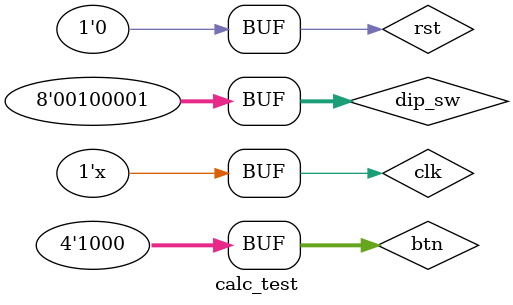
<source format=v>
`timescale 1ns / 1ps


module calc_test;

	// Inputs
	reg clk;
	reg rst;
	reg [7:0] dip_sw;
	reg [3:0] btn;

	// Outputs
	wire [7:0] leds;

	// Instantiate the Unit Under Test (UUT)
	szamologep uut (
		.clk(clk), 
		.rst(rst), 
		.dip_sw(dip_sw), 
		.btn(btn), 
		.leds(leds)
	);

	initial begin
		// Initialize Inputs
		clk = 0;
		rst = 0;
		dip_sw = 0;
		btn = 0;

		// Wait 100 ns for global reset to finish
		#100;
		
		// opA = 
		dip_sw = 8'b0010_0001;
		
		#50;
		btn = 4'b0001;
		
		#50;
		btn = 4'b0010;
		
		#50;
		btn = 4'b0100;
		
		#50;
		btn = 4'b1000;
        
		// Add stimulus here
	end
	
	// Órajel elõállítása
	always #5 clk = ~clk;
      
endmodule


</source>
